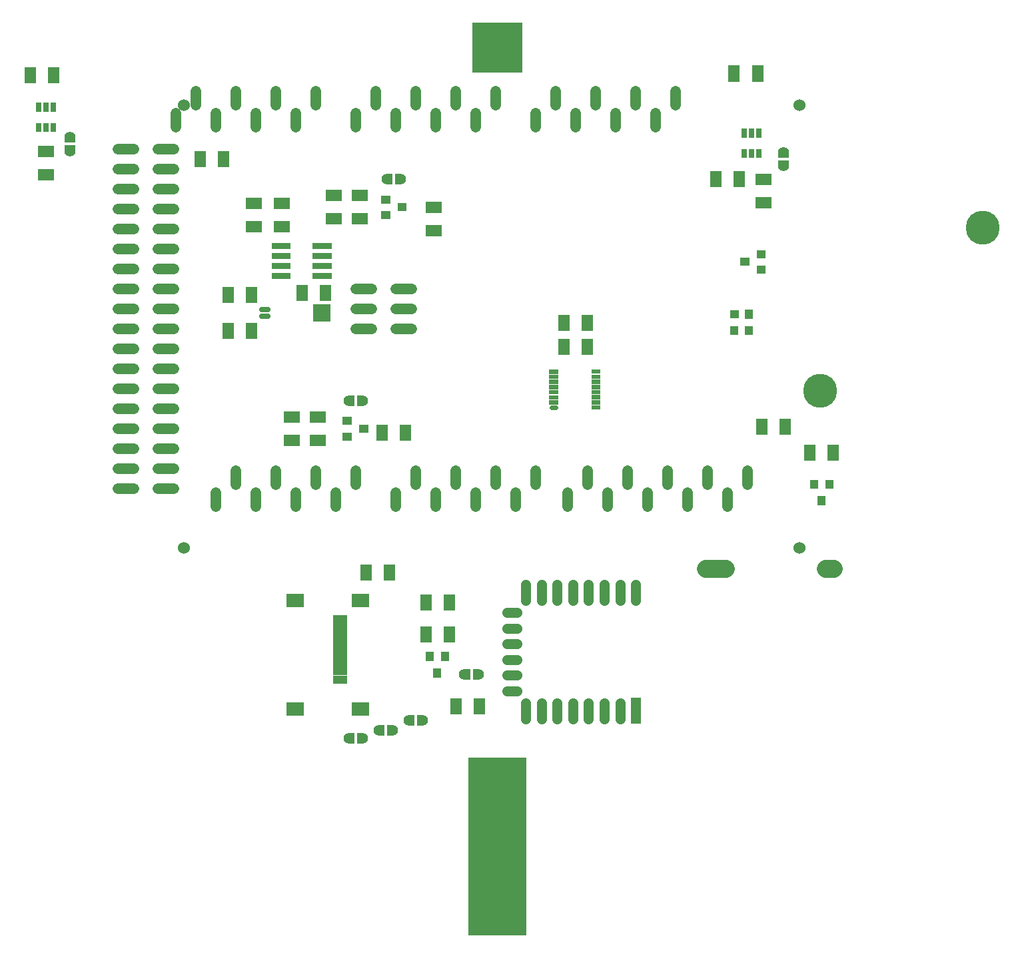
<source format=gbr>
G04 start of page 8 for group -4062 idx -4062 *
G04 Title: Heart, soldermask *
G04 Creator: pcb 4.0.2 *
G04 CreationDate: Wed Apr  3 09:48:59 2019 UTC *
G04 For: alez *
G04 Format: Gerber/RS-274X *
G04 PCB-Dimensions (mil): 5906.00 5906.00 *
G04 PCB-Coordinate-Origin: lower left *
%MOIN*%
%FSLAX25Y25*%
%LNBOTTOMMASK*%
%ADD52C,0.0277*%
%ADD51C,0.0513*%
%ADD50C,0.0220*%
%ADD49C,0.0900*%
%ADD48C,0.0520*%
%ADD47C,0.1700*%
%ADD46C,0.0550*%
%ADD45C,0.0001*%
%ADD44C,0.0600*%
G54D44*X446000Y435600D03*
X138000D03*
X446000Y214000D03*
X138000D03*
G54D45*G36*
X416130Y455503D02*X410412D01*
Y447423D01*
X416130D01*
Y455503D01*
G37*
G36*
X427940D02*X422222D01*
Y447423D01*
X427940D01*
Y455503D01*
G37*
G54D46*X438000Y412000D03*
G54D45*G36*
X435250Y411750D02*Y409250D01*
X440750D01*
Y411750D01*
X435250D01*
G37*
G54D46*X438000Y405200D03*
G54D45*G36*
X435250Y407950D02*Y405450D01*
X440750D01*
Y407950D01*
X435250D01*
G37*
G36*
X418764Y402640D02*X413046D01*
Y394560D01*
X418764D01*
Y402640D01*
G37*
G36*
X406954D02*X401236D01*
Y394560D01*
X406954D01*
Y402640D01*
G37*
G36*
X419592Y423936D02*X416927D01*
Y419500D01*
X419592D01*
Y423936D01*
G37*
G36*
X423332D02*X420668D01*
Y419500D01*
X423332D01*
Y423936D01*
G37*
G36*
X427073D02*X424408D01*
Y419500D01*
X427073D01*
Y423936D01*
G37*
G36*
Y413700D02*X424408D01*
Y409264D01*
X427073D01*
Y413700D01*
G37*
G36*
X423332D02*X420668D01*
Y409264D01*
X423332D01*
Y413700D01*
G37*
G36*
X419592D02*X416927D01*
Y409264D01*
X419592D01*
Y413700D01*
G37*
G36*
X423960Y389554D02*Y383836D01*
X432040D01*
Y389554D01*
X423960D01*
G37*
G36*
Y401364D02*Y395646D01*
X432040D01*
Y401364D01*
X423960D01*
G37*
G54D47*X537800Y374400D03*
G54D48*X294000Y442600D02*Y435600D01*
X334000Y431600D02*Y424600D01*
X324000Y442600D02*Y435600D01*
X314000Y431600D02*Y424600D01*
G54D45*G36*
X282500Y477100D02*Y452100D01*
X307500D01*
Y477100D01*
X282500D01*
G37*
G54D48*X284000Y431600D02*Y424600D01*
X264000Y431600D02*Y424600D01*
X374000Y431600D02*Y424600D01*
X354000Y431600D02*Y424600D01*
X274000Y442600D02*Y435600D01*
X254000Y442600D02*Y435600D01*
X384000Y442600D02*Y435600D01*
X364000Y442600D02*Y435600D01*
X344000Y442600D02*Y435600D01*
X244000Y241600D02*Y234600D01*
X214000Y241600D02*Y234600D01*
X194000Y241600D02*Y234600D01*
X224000Y252600D02*Y245600D01*
X204000Y252600D02*Y245600D01*
X184000Y252600D02*Y245600D01*
G54D45*G36*
X200960Y270554D02*Y264836D01*
X209040D01*
Y270554D01*
X200960D01*
G37*
G36*
X187960D02*Y264836D01*
X196040D01*
Y270554D01*
X187960D01*
G37*
G54D48*X174000Y241600D02*Y234600D01*
X154000Y241600D02*Y234600D01*
X164000Y252600D02*Y245600D01*
X254000Y252600D02*Y245600D01*
X274000Y252600D02*Y245600D01*
X294000Y252600D02*Y245600D01*
X314000Y252600D02*Y245600D01*
X264000Y241600D02*Y234600D01*
X284000Y241600D02*Y234600D01*
X304000Y241600D02*Y234600D01*
G54D45*G36*
X239954Y275640D02*X234236D01*
Y267560D01*
X239954D01*
Y275640D01*
G37*
G36*
X251764D02*X246046D01*
Y267560D01*
X251764D01*
Y275640D01*
G37*
G36*
X217441Y271735D02*Y267735D01*
X222041D01*
Y271735D01*
X217441D01*
G37*
G36*
X225641Y275635D02*Y271635D01*
X230241D01*
Y275635D01*
X225641D01*
G37*
G54D48*X420000Y252600D02*Y245600D01*
G54D45*G36*
X455224Y248141D02*X451224D01*
Y243541D01*
X455224D01*
Y248141D01*
G37*
G36*
X463024D02*X459024D01*
Y243541D01*
X463024D01*
Y248141D01*
G37*
G36*
X459124Y239941D02*X455124D01*
Y235341D01*
X459124D01*
Y239941D01*
G37*
G54D48*X410000Y241600D02*Y234600D01*
X390000Y241600D02*Y234600D01*
X370000Y241600D02*Y234600D01*
X350000Y241600D02*Y234600D01*
X330000Y241600D02*Y234600D01*
X400000Y252600D02*Y245600D01*
X380000Y252600D02*Y245600D01*
X360000Y252600D02*Y245600D01*
X340000Y252600D02*Y245600D01*
G54D49*X399000Y203600D02*X409000D01*
X459000D02*X463000D01*
G54D45*G36*
X429954Y278640D02*X424236D01*
Y270560D01*
X429954D01*
Y278640D01*
G37*
G36*
X441764D02*X436046D01*
Y270560D01*
X441764D01*
Y278640D01*
G37*
G36*
X453954Y265640D02*X448236D01*
Y257560D01*
X453954D01*
Y265640D01*
G37*
G36*
X465764D02*X460046D01*
Y257560D01*
X465764D01*
Y265640D01*
G37*
G54D47*X456200Y292800D03*
G54D45*G36*
X330954Y330640D02*X325236D01*
Y322560D01*
X330954D01*
Y330640D01*
G37*
G36*
X342764D02*X337046D01*
Y322560D01*
X342764D01*
Y330640D01*
G37*
G36*
X424590Y363141D02*Y359141D01*
X429190D01*
Y363141D01*
X424590D01*
G37*
G36*
X416390Y359241D02*Y355241D01*
X420990D01*
Y359241D01*
X416390D01*
G37*
G36*
X424590Y355341D02*Y351341D01*
X429190D01*
Y355341D01*
X424590D01*
G37*
G36*
X411525Y333048D02*Y329048D01*
X415825D01*
Y333048D01*
X411525D01*
G37*
G36*
X422625Y333348D02*X418625D01*
Y328748D01*
X422625D01*
Y333348D01*
G37*
G36*
Y325148D02*X418625D01*
Y320548D01*
X422625D01*
Y325148D01*
G37*
G36*
X415225D02*X411225D01*
Y320548D01*
X415225D01*
Y325148D01*
G37*
G54D50*X321900Y284300D02*X324100D01*
G54D45*G36*
X320800Y288000D02*Y285800D01*
X325200D01*
Y288000D01*
X320800D01*
G37*
G36*
Y290500D02*Y288300D01*
X325200D01*
Y290500D01*
X320800D01*
G37*
G36*
Y293100D02*Y290900D01*
X325200D01*
Y293100D01*
X320800D01*
G37*
G36*
Y295700D02*Y293500D01*
X325200D01*
Y295700D01*
X320800D01*
G37*
G36*
Y298200D02*Y296000D01*
X325200D01*
Y298200D01*
X320800D01*
G37*
G36*
Y300800D02*Y298600D01*
X325200D01*
Y300800D01*
X320800D01*
G37*
G36*
Y303300D02*Y301100D01*
X325200D01*
Y303300D01*
X320800D01*
G37*
G36*
X330954Y318640D02*X325236D01*
Y310560D01*
X330954D01*
Y318640D01*
G37*
G36*
X342000Y303400D02*Y301200D01*
X346400D01*
Y303400D01*
X342000D01*
G37*
G36*
Y300800D02*Y298600D01*
X346400D01*
Y300800D01*
X342000D01*
G37*
G36*
Y298300D02*Y296100D01*
X346400D01*
Y298300D01*
X342000D01*
G37*
G36*
Y295700D02*Y293500D01*
X346400D01*
Y295700D01*
X342000D01*
G37*
G36*
X342764Y318640D02*X337046D01*
Y310560D01*
X342764D01*
Y318640D01*
G37*
G36*
X342000Y293100D02*Y290900D01*
X346400D01*
Y293100D01*
X342000D01*
G37*
G36*
Y290600D02*Y288400D01*
X346400D01*
Y290600D01*
X342000D01*
G37*
G36*
Y288000D02*Y285800D01*
X346400D01*
Y288000D01*
X342000D01*
G37*
G36*
Y285500D02*Y283300D01*
X346400D01*
Y285500D01*
X342000D01*
G37*
G36*
X258960Y375554D02*Y369836D01*
X267040D01*
Y375554D01*
X258960D01*
G37*
G36*
Y387364D02*Y381646D01*
X267040D01*
Y387364D01*
X258960D01*
G37*
G36*
X189283Y190953D02*Y184244D01*
X198158D01*
Y190953D01*
X189283D01*
G37*
G36*
X221961D02*Y184244D01*
X230835D01*
Y190953D01*
X221961D01*
G37*
G36*
X212709Y180303D02*Y176153D01*
X219615D01*
Y180303D01*
X212709D01*
G37*
G36*
X231954Y205640D02*X226236D01*
Y197560D01*
X231954D01*
Y205640D01*
G37*
G36*
X243764D02*X238046D01*
Y197560D01*
X243764D01*
Y205640D01*
G37*
G36*
X212709Y175972D02*Y171822D01*
X219615D01*
Y175972D01*
X212709D01*
G37*
G36*
Y171642D02*Y167492D01*
X219615D01*
Y171642D01*
X212709D01*
G37*
G36*
Y167311D02*Y163161D01*
X219615D01*
Y167311D01*
X212709D01*
G37*
G36*
Y162980D02*Y158830D01*
X219615D01*
Y162980D01*
X212709D01*
G37*
G36*
Y158649D02*Y154499D01*
X219615D01*
Y158649D01*
X212709D01*
G37*
G36*
X261954Y174640D02*X256236D01*
Y166560D01*
X261954D01*
Y174640D01*
G37*
G36*
X273764D02*X268046D01*
Y166560D01*
X273764D01*
Y174640D01*
G37*
G36*
X262951Y161963D02*X258951D01*
Y157363D01*
X262951D01*
Y161963D01*
G37*
G54D46*X257400Y127600D03*
G54D45*G36*
X257150Y130350D02*X254650D01*
Y124850D01*
X257150D01*
Y130350D01*
G37*
G36*
X270751Y161963D02*X266751D01*
Y157363D01*
X270751D01*
Y161963D01*
G37*
G36*
X276954Y138640D02*X271236D01*
Y130560D01*
X276954D01*
Y138640D01*
G37*
G36*
X288764D02*X283046D01*
Y130560D01*
X288764D01*
Y138640D01*
G37*
G36*
X266851Y153763D02*X262851D01*
Y149163D01*
X266851D01*
Y153763D01*
G37*
G54D46*X278500Y150700D03*
G54D45*G36*
X281250Y153450D02*X278750D01*
Y147950D01*
X281250D01*
Y153450D01*
G37*
G54D46*X285300Y150700D03*
G54D45*G36*
X285050Y153450D02*X282550D01*
Y147950D01*
X285050D01*
Y153450D01*
G37*
G36*
X273764Y190640D02*X268046D01*
Y182560D01*
X273764D01*
Y190640D01*
G37*
G36*
X261954D02*X256236D01*
Y182560D01*
X261954D01*
Y190640D01*
G37*
G54D51*X299552Y181694D02*X304670D01*
X309000Y195600D02*Y187600D01*
X316874Y195600D02*Y187600D01*
X324748Y195600D02*Y187600D01*
X332622Y195600D02*Y187600D01*
X340496Y195600D02*Y187600D01*
X348370Y195600D02*Y187600D01*
X356244Y195600D02*Y187600D01*
X364118Y195600D02*Y187600D01*
G54D45*G36*
X189283Y136820D02*Y130111D01*
X198158D01*
Y136820D01*
X189283D01*
G37*
G36*
X212709Y154319D02*Y150169D01*
X219615D01*
Y154319D01*
X212709D01*
G37*
G36*
Y149988D02*Y145838D01*
X219615D01*
Y149988D01*
X212709D01*
G37*
G36*
X221961Y136820D02*Y130111D01*
X230835D01*
Y136820D01*
X221961D01*
G37*
G54D46*X235600Y122600D03*
G54D45*G36*
X238350Y125350D02*X235850D01*
Y119850D01*
X238350D01*
Y125350D01*
G37*
G54D46*X227400Y118600D03*
G54D45*G36*
X227150Y121350D02*X224650D01*
Y115850D01*
X227150D01*
Y121350D01*
G37*
G54D46*X220600Y118600D03*
G54D45*G36*
X223350Y121350D02*X220850D01*
Y115850D01*
X223350D01*
Y121350D01*
G37*
G54D46*X242400Y122600D03*
G54D45*G36*
X242150Y125350D02*X239650D01*
Y119850D01*
X242150D01*
Y125350D01*
G37*
G54D46*X250600Y127600D03*
G54D45*G36*
X253350Y130350D02*X250850D01*
Y124850D01*
X253350D01*
Y130350D01*
G37*
G36*
X366683Y139015D02*X361553D01*
Y125885D01*
X366683D01*
Y139015D01*
G37*
G54D51*X356244Y136450D02*Y128450D01*
X348370Y136450D02*Y128450D01*
X340496Y136450D02*Y128450D01*
X332622Y136450D02*Y128450D01*
X324748Y136450D02*Y128450D01*
X316874Y136450D02*Y128450D01*
X309000Y136450D02*Y128450D01*
X299552Y142324D02*X304670D01*
X299552Y150198D02*X304670D01*
X299552Y158072D02*X304670D01*
X299552Y165946D02*X304670D01*
X299552Y173820D02*X304670D01*
G54D45*G36*
X309500Y109100D02*X280500D01*
Y20100D01*
X309500D01*
Y109100D01*
G37*
G36*
X63954Y454640D02*X58236D01*
Y446560D01*
X63954D01*
Y454640D01*
G37*
G36*
X75764D02*X70046D01*
Y446560D01*
X75764D01*
Y454640D01*
G37*
G36*
X66592Y436936D02*X63928D01*
Y432500D01*
X66592D01*
Y436936D01*
G37*
G36*
X70332D02*X67668D01*
Y432500D01*
X70332D01*
Y436936D01*
G37*
G36*
X74072D02*X71408D01*
Y432500D01*
X74072D01*
Y436936D01*
G37*
G54D46*X81000Y419600D03*
G54D45*G36*
X78250Y419350D02*Y416850D01*
X83750D01*
Y419350D01*
X78250D01*
G37*
G36*
X74072Y426700D02*X71408D01*
Y422264D01*
X74072D01*
Y426700D01*
G37*
G36*
X70332D02*X67668D01*
Y422264D01*
X70332D01*
Y426700D01*
G37*
G36*
X66592D02*X63928D01*
Y422264D01*
X66592D01*
Y426700D01*
G37*
G54D46*X81000Y412800D03*
G54D45*G36*
X78250Y415550D02*Y413050D01*
X83750D01*
Y415550D01*
X78250D01*
G37*
G36*
X64960Y403554D02*Y397836D01*
X73040D01*
Y403554D01*
X64960D01*
G37*
G36*
Y415364D02*Y409646D01*
X73040D01*
Y415364D01*
X64960D01*
G37*
G54D48*X125000Y333600D02*X133000D01*
X125000Y343600D02*X133000D01*
X125000Y353600D02*X133000D01*
X125000Y363600D02*X133000D01*
X125000Y373600D02*X133000D01*
X125000Y383600D02*X133000D01*
X125000Y393600D02*X133000D01*
X125000Y403600D02*X133000D01*
X125000Y413600D02*X133000D01*
X134000Y431600D02*Y424600D01*
X125000Y293600D02*X133000D01*
X105000D02*X113000D01*
X125000Y303600D02*X133000D01*
X125000Y313600D02*X133000D01*
X125000Y323600D02*X133000D01*
X105000Y273600D02*X113000D01*
X105000Y283600D02*X113000D01*
X105000Y303600D02*X113000D01*
X105000Y313600D02*X113000D01*
X105000Y323600D02*X113000D01*
X105000Y333600D02*X113000D01*
X105000Y343600D02*X113000D01*
X105000Y353600D02*X113000D01*
X105000Y363600D02*X113000D01*
X105000Y373600D02*X113000D01*
X105000Y383600D02*X113000D01*
X105000Y393600D02*X113000D01*
X105000Y403600D02*X113000D01*
X105000Y413600D02*X113000D01*
X125000Y243600D02*X133000D01*
X125000Y253600D02*X133000D01*
X105000Y243600D02*X113000D01*
X105000Y253600D02*X113000D01*
X125000Y263600D02*X133000D01*
X125000Y273600D02*X133000D01*
X125000Y283600D02*X133000D01*
X105000Y263600D02*X113000D01*
X224000Y323600D02*X232000D01*
X244000D02*X252000D01*
X224000Y343600D02*X232000D01*
X244000D02*X252000D01*
X224000Y333600D02*X232000D01*
X244000D02*X252000D01*
G54D45*G36*
X200960Y282364D02*Y276646D01*
X209040D01*
Y282364D01*
X200960D01*
G37*
G36*
X217441Y279535D02*Y275535D01*
X222041D01*
Y279535D01*
X217441D01*
G37*
G54D46*X227400Y287600D03*
G54D45*G36*
X227150Y290350D02*X224650D01*
Y284850D01*
X227150D01*
Y290350D01*
G37*
G54D46*X220600Y287600D03*
G54D45*G36*
X223350Y290350D02*X220850D01*
Y284850D01*
X223350D01*
Y290350D01*
G37*
G36*
X211764Y345640D02*X206046D01*
Y337560D01*
X211764D01*
Y345640D01*
G37*
G36*
X202655Y335937D02*Y327263D01*
X211329D01*
Y335937D01*
X202655D01*
G37*
G54D48*X204000Y442600D02*Y435600D01*
X194000Y431600D02*Y424600D01*
X184000Y442600D02*Y435600D01*
X234000Y442600D02*Y435600D01*
X224000Y431600D02*Y424600D01*
X174000Y431600D02*Y424600D01*
X154000Y431600D02*Y424600D01*
X244000Y431600D02*Y424600D01*
G54D46*X246400Y398600D03*
G54D45*G36*
X246150Y401350D02*X243650D01*
Y395850D01*
X246150D01*
Y401350D01*
G37*
G54D46*X239600Y398600D03*
G54D45*G36*
X242350Y401350D02*X239850D01*
Y395850D01*
X242350D01*
Y401350D01*
G37*
G36*
X187960Y282364D02*Y276646D01*
X196040D01*
Y282364D01*
X187960D01*
G37*
G36*
X182000Y351600D02*Y348600D01*
X191500D01*
Y351600D01*
X182000D01*
G37*
G36*
Y356600D02*Y353600D01*
X191500D01*
Y356600D01*
X182000D01*
G37*
G36*
Y361600D02*Y358600D01*
X191500D01*
Y361600D01*
X182000D01*
G37*
G36*
Y366600D02*Y363600D01*
X191500D01*
Y366600D01*
X182000D01*
G37*
G36*
X202500D02*Y363600D01*
X212000D01*
Y366600D01*
X202500D01*
G37*
G36*
Y361600D02*Y358600D01*
X212000D01*
Y361600D01*
X202500D01*
G37*
G36*
Y356600D02*Y353600D01*
X212000D01*
Y356600D01*
X202500D01*
G37*
G36*
Y351600D02*Y348600D01*
X212000D01*
Y351600D01*
X202500D01*
G37*
G36*
X199954Y345640D02*X194236D01*
Y337560D01*
X199954D01*
Y345640D01*
G37*
G36*
X162954Y326640D02*X157236D01*
Y318560D01*
X162954D01*
Y326640D01*
G37*
G36*
Y344640D02*X157236D01*
Y336560D01*
X162954D01*
Y344640D01*
G37*
G36*
X174764Y326640D02*X169046D01*
Y318560D01*
X174764D01*
Y326640D01*
G37*
G36*
Y344640D02*X169046D01*
Y336560D01*
X174764D01*
Y344640D01*
G37*
G54D52*X177000Y333200D02*X180000D01*
X177000Y330000D02*X180000D01*
G54D48*X164000Y442600D02*Y435600D01*
X144000Y442600D02*Y435600D01*
G54D45*G36*
X148954Y412640D02*X143236D01*
Y404560D01*
X148954D01*
Y412640D01*
G37*
G36*
X160764D02*X155046D01*
Y404560D01*
X160764D01*
Y412640D01*
G37*
G36*
X221960Y381554D02*Y375836D01*
X230040D01*
Y381554D01*
X221960D01*
G37*
G36*
Y393364D02*Y387646D01*
X230040D01*
Y393364D01*
X221960D01*
G37*
G36*
X236667Y382682D02*Y378682D01*
X241267D01*
Y382682D01*
X236667D01*
G37*
G36*
Y390482D02*Y386482D01*
X241267D01*
Y390482D01*
X236667D01*
G37*
G36*
X244867Y386582D02*Y382582D01*
X249467D01*
Y386582D01*
X244867D01*
G37*
G36*
X208960Y393364D02*Y387646D01*
X217040D01*
Y393364D01*
X208960D01*
G37*
G36*
Y381554D02*Y375836D01*
X217040D01*
Y381554D01*
X208960D01*
G37*
G36*
X182960Y389364D02*Y383646D01*
X191040D01*
Y389364D01*
X182960D01*
G37*
G36*
Y377554D02*Y371836D01*
X191040D01*
Y377554D01*
X182960D01*
G37*
G36*
X168960D02*Y371836D01*
X177040D01*
Y377554D01*
X168960D01*
G37*
G36*
Y389364D02*Y383646D01*
X177040D01*
Y389364D01*
X168960D01*
G37*
M02*

</source>
